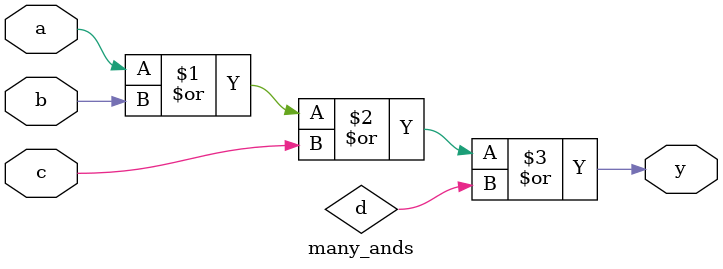
<source format=v>

module many_ands
(
input a,
input b,
input c,
output y
);

assign y = (((a | b) | c) | d);
endmodule
</source>
